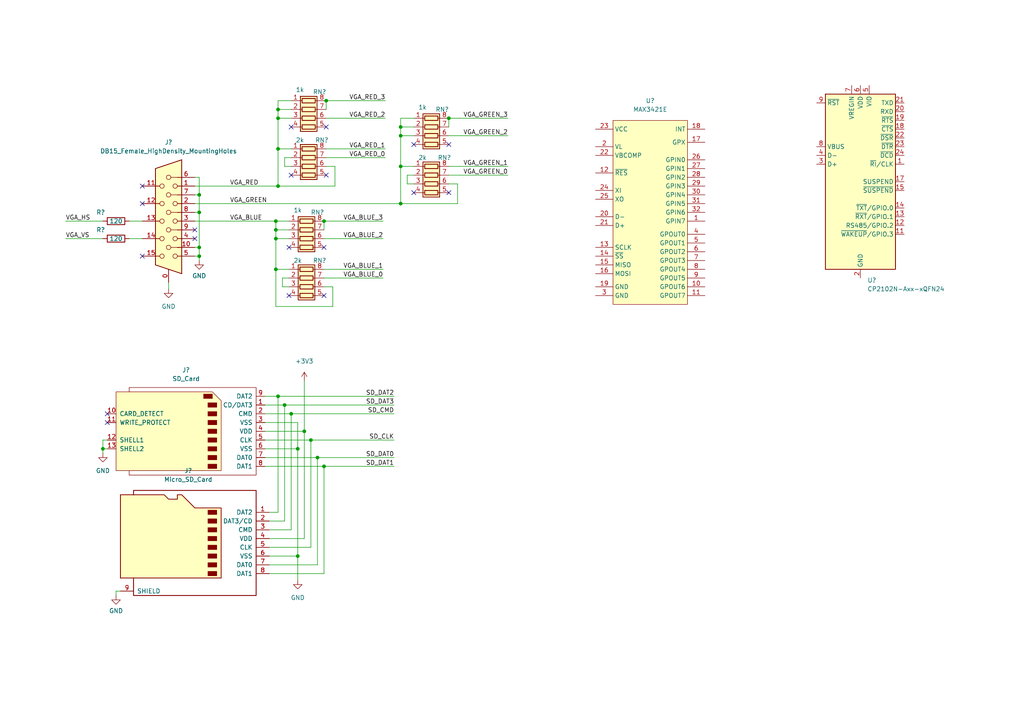
<source format=kicad_sch>
(kicad_sch (version 20211123) (generator eeschema)
  (paper "A4")
  (lib_symbols
    (symbol "Connector:DB15_Female_HighDensity_MountingHoles" (pin_names (offset 1.016) hide)
      (property "Reference" "J" (at 0 21.59 0))
      (property "Value" "DB15_Female_HighDensity_MountingHoles" (at 0 19.05 0))
      (symbol "DB15_Female_HighDensity_MountingHoles_0_1"
        (circle (center -1.905 -10.16) (radius 0.635))
        (circle (center -1.905 -5.08) (radius 0.635))
        (circle (center -1.905 0) (radius 0.635))
        (circle (center -1.905 5.08) (radius 0.635))
        (circle (center -1.905 10.16) (radius 0.635))
        (circle (center 0 -7.62) (radius 0.635))
        (circle (center 0 -2.54) (radius 0.635))
        (polyline (pts (xy -3.175 7.62) (xy -0.635 7.62)))
        (polyline (pts (xy -0.635 -7.62) (xy -3.175 -7.62)))
        (polyline (pts (xy -0.635 -2.54) (xy -3.175 -2.54)))
        (polyline (pts (xy -0.635 2.54) (xy -3.175 2.54)))
        (polyline (pts (xy -0.635 12.7) (xy -3.175 12.7)))
        (polyline (pts (xy -3.81 17.78) (xy -3.81 -15.24) (xy 3.81 -12.7) (xy 3.81 15.24) (xy -3.81 17.78)) (stroke (width 0.254)) (fill (type background)))
        (circle (center 0 2.54) (radius 0.635))
        (circle (center 0 7.62) (radius 0.635))
        (circle (center 0 12.7) (radius 0.635))
        (circle (center 1.905 -10.16) (radius 0.635))
        (circle (center 1.905 -5.08) (radius 0.635))
        (circle (center 1.905 0) (radius 0.635))
        (circle (center 1.905 5.08) (radius 0.635))
        (circle (center 1.905 10.16) (radius 0.635))
      )
      (symbol "DB15_Female_HighDensity_MountingHoles_1_1"
        (pin passive line (at 0 -17.78 90) (length 3.81) (name "~") (number "0"))
        (pin passive line (at -7.62 10.16 0) (length 5.08) (name "~") (number "1"))
        (pin passive line (at -7.62 -7.62 0) (length 5.08) (name "~") (number "10"))
        (pin passive line (at 7.62 10.16 180) (length 5.08) (name "~") (number "11"))
        (pin passive line (at 7.62 5.08 180) (length 5.08) (name "~") (number "12"))
        (pin passive line (at 7.62 0 180) (length 5.08) (name "~") (number "13"))
        (pin passive line (at 7.62 -5.08 180) (length 5.08) (name "~") (number "14"))
        (pin passive line (at 7.62 -10.16 180) (length 5.08) (name "~") (number "15"))
        (pin passive line (at -7.62 5.08 0) (length 5.08) (name "~") (number "2"))
        (pin passive line (at -7.62 0 0) (length 5.08) (name "~") (number "3"))
        (pin passive line (at -7.62 -5.08 0) (length 5.08) (name "~") (number "4"))
        (pin passive line (at -7.62 -10.16 0) (length 5.08) (name "~") (number "5"))
        (pin passive line (at -7.62 12.7 0) (length 5.08) (name "~") (number "6"))
        (pin passive line (at -7.62 7.62 0) (length 5.08) (name "~") (number "7"))
        (pin passive line (at -7.62 2.54 0) (length 5.08) (name "~") (number "8"))
        (pin passive line (at -7.62 -2.54 0) (length 5.08) (name "~") (number "9"))
      )
    )
    (symbol "Connector:Micro_SD_Card" (pin_names (offset 1.016))
      (property "Reference" "J" (at -16.51 15.24 0))
      (property "Value" "Micro_SD_Card" (at 16.51 15.24 0))
      (symbol "Micro_SD_Card_0_1"
        (rectangle (start -7.62 -9.525) (end -5.08 -10.795) (fill (type outline)))
        (rectangle (start -7.62 -6.985) (end -5.08 -8.255) (fill (type outline)))
        (rectangle (start -7.62 -4.445) (end -5.08 -5.715) (fill (type outline)))
        (rectangle (start -7.62 -1.905) (end -5.08 -3.175) (fill (type outline)))
        (rectangle (start -7.62 0.635) (end -5.08 -0.635) (fill (type outline)))
        (rectangle (start -7.62 3.175) (end -5.08 1.905) (fill (type outline)))
        (rectangle (start -7.62 5.715) (end -5.08 4.445) (fill (type outline)))
        (rectangle (start -7.62 8.255) (end -5.08 6.985) (fill (type outline)))
        (polyline (pts (xy 16.51 12.7) (xy 16.51 13.97) (xy -19.05 13.97) (xy -19.05 -16.51) (xy 16.51 -16.51) (xy 16.51 -11.43)) (stroke (width 0.254)))
        (polyline (pts (xy -8.89 -11.43) (xy -8.89 8.89) (xy -1.27 8.89) (xy 2.54 12.7) (xy 3.81 12.7) (xy 3.81 11.43) (xy 6.35 11.43) (xy 7.62 12.7) (xy 20.32 12.7) (xy 20.32 -11.43) (xy -8.89 -11.43)) (stroke (width 0.254)) (fill (type background)))
      )
      (symbol "Micro_SD_Card_1_1"
        (pin bidirectional line (at -22.86 7.62 0) (length 3.81) (name "DAT2") (number "1"))
        (pin bidirectional line (at -22.86 5.08 0) (length 3.81) (name "DAT3/CD") (number "2"))
        (pin input line (at -22.86 2.54 0) (length 3.81) (name "CMD") (number "3"))
        (pin power_in line (at -22.86 0 0) (length 3.81) (name "VDD") (number "4"))
        (pin input line (at -22.86 -2.54 0) (length 3.81) (name "CLK") (number "5"))
        (pin power_in line (at -22.86 -5.08 0) (length 3.81) (name "VSS") (number "6"))
        (pin bidirectional line (at -22.86 -7.62 0) (length 3.81) (name "DAT0") (number "7"))
        (pin bidirectional line (at -22.86 -10.16 0) (length 3.81) (name "DAT1") (number "8"))
        (pin passive line (at 20.32 -15.24 180) (length 3.81) (name "SHIELD") (number "9"))
      )
    )
    (symbol "Connector:SD_Card" (pin_names (offset 1.016))
      (property "Reference" "J" (at -16.51 13.97 0))
      (property "Value" "SD_Card" (at 15.24 -13.97 0))
      (symbol "SD_Card_0_1"
        (rectangle (start -8.89 -9.525) (end -6.35 -10.795) (fill (type outline)))
        (rectangle (start -8.89 -6.985) (end -6.35 -8.255) (fill (type outline)))
        (rectangle (start -8.89 -4.445) (end -6.35 -5.715) (fill (type outline)))
        (rectangle (start -8.89 -1.905) (end -6.35 -3.175) (fill (type outline)))
        (rectangle (start -8.89 0.635) (end -6.35 -0.635) (fill (type outline)))
        (rectangle (start -8.89 3.175) (end -6.35 1.905) (fill (type outline)))
        (rectangle (start -8.89 5.715) (end -6.35 4.445) (fill (type outline)))
        (rectangle (start -8.89 8.255) (end -6.35 6.985) (fill (type outline)))
        (rectangle (start -7.62 10.795) (end -5.08 9.525) (fill (type outline)))
        (polyline (pts (xy -10.16 8.89) (xy -7.62 11.43) (xy 20.32 11.43) (xy 20.32 -11.43) (xy -10.16 -11.43) (xy -10.16 8.89)) (fill (type background)))
        (polyline (pts (xy 16.51 11.43) (xy 16.51 12.7) (xy -20.32 12.7) (xy -20.32 -12.7) (xy 16.51 -12.7) (xy 16.51 -11.43)))
      )
      (symbol "SD_Card_1_1"
        (pin input line (at -22.86 7.62 0) (length 2.54) (name "CD/DAT3") (number "1"))
        (pin input line (at 22.86 5.08 180) (length 2.54) (name "CARD_DETECT") (number "10"))
        (pin input line (at 22.86 2.54 180) (length 2.54) (name "WRITE_PROTECT") (number "11"))
        (pin input line (at 22.86 -2.54 180) (length 2.54) (name "SHELL1") (number "12"))
        (pin input line (at 22.86 -5.08 180) (length 2.54) (name "SHELL2") (number "13"))
        (pin input line (at -22.86 5.08 0) (length 2.54) (name "CMD") (number "2"))
        (pin power_in line (at -22.86 2.54 0) (length 2.54) (name "VSS") (number "3"))
        (pin power_in line (at -22.86 0 0) (length 2.54) (name "VDD") (number "4"))
        (pin input line (at -22.86 -2.54 0) (length 2.54) (name "CLK") (number "5"))
        (pin power_in line (at -22.86 -5.08 0) (length 2.54) (name "VSS") (number "6"))
        (pin input line (at -22.86 -7.62 0) (length 2.54) (name "DAT0") (number "7"))
        (pin input line (at -22.86 -10.16 0) (length 2.54) (name "DAT1") (number "8"))
        (pin input line (at -22.86 10.16 0) (length 2.54) (name "DAT2") (number "9"))
      )
    )
    (symbol "Device:R" (pin_numbers hide) (pin_names (offset 0))
      (property "Reference" "R" (at 2.032 0 90))
      (property "Value" "R" (at 0 0 90))
      (symbol "R_0_1"
        (rectangle (start -1.016 -2.54) (end 1.016 2.54) (stroke (width 0.254)))
      )
      (symbol "R_1_1"
        (pin passive line (at 0 3.81 270) (length 1.27) (name "~") (number "1"))
        (pin passive line (at 0 -3.81 90) (length 1.27) (name "~") (number "2"))
      )
    )
    (symbol "Device:R_Pack04" (pin_names (offset 0) hide)
      (property "Reference" "RN" (at -7.62 0 90))
      (property "Value" "R_Pack04" (at 5.08 0 90))
      (symbol "R_Pack04_0_1"
        (rectangle (start -6.35 -2.413) (end 3.81 2.413) (stroke (width 0.254)) (fill (type background)))
        (rectangle (start -5.715 1.905) (end -4.445 -1.905) (stroke (width 0.254)))
        (rectangle (start -3.175 1.905) (end -1.905 -1.905) (stroke (width 0.254)))
        (rectangle (start -0.635 1.905) (end 0.635 -1.905) (stroke (width 0.254)))
        (polyline (pts (xy -5.08 -2.54) (xy -5.08 -1.905)))
        (polyline (pts (xy -5.08 1.905) (xy -5.08 2.54)))
        (polyline (pts (xy -2.54 -2.54) (xy -2.54 -1.905)))
        (polyline (pts (xy -2.54 1.905) (xy -2.54 2.54)))
        (polyline (pts (xy 0 -2.54) (xy 0 -1.905)))
        (polyline (pts (xy 0 1.905) (xy 0 2.54)))
        (polyline (pts (xy 2.54 -2.54) (xy 2.54 -1.905)))
        (polyline (pts (xy 2.54 1.905) (xy 2.54 2.54)))
        (rectangle (start 1.905 1.905) (end 3.175 -1.905) (stroke (width 0.254)))
      )
      (symbol "R_Pack04_1_1"
        (pin passive line (at -5.08 -5.08 90) (length 2.54) (name "R1.1") (number "1"))
        (pin passive line (at -2.54 -5.08 90) (length 2.54) (name "R2.1") (number "2"))
        (pin passive line (at 0 -5.08 90) (length 2.54) (name "R3.1") (number "3"))
        (pin passive line (at 2.54 -5.08 90) (length 2.54) (name "R4.1") (number "4"))
        (pin passive line (at 2.54 5.08 270) (length 2.54) (name "R4.2") (number "5"))
        (pin passive line (at 0 5.08 270) (length 2.54) (name "R3.2") (number "6"))
        (pin passive line (at -2.54 5.08 270) (length 2.54) (name "R2.2") (number "7"))
        (pin passive line (at -5.08 5.08 270) (length 2.54) (name "R1.2") (number "8"))
      )
    )
    (symbol "IC:MAX3421E"
      (property "Reference" "U" (at -8.89 26.67 0))
      (property "Value" "MAX3421E" (at 6.35 26.67 0))
      (symbol "MAX3421E_0_1"
        (rectangle (start -10.16 25.4) (end 11.43 -27.94) (fill (type background)))
      )
      (symbol "MAX3421E_1_1"
        (pin input line (at 16.51 -3.81 180) (length 5.08) (name "GPIN7") (number "1"))
        (pin output line (at 16.51 -22.86 180) (length 5.08) (name "GPOUT6") (number "10"))
        (pin output line (at 16.51 -25.4 180) (length 5.08) (name "GPOUT7") (number "11"))
        (pin input line (at -15.24 10.16 0) (length 5.08) (name "~{RES}") (number "12"))
        (pin input line (at -15.24 -11.43 0) (length 5.08) (name "SCLK") (number "13"))
        (pin input line (at -15.24 -13.97 0) (length 5.08) (name "~{SS}") (number "14"))
        (pin output line (at -15.24 -16.51 0) (length 5.08) (name "MISO") (number "15"))
        (pin input line (at -15.24 -19.05 0) (length 5.08) (name "MOSI") (number "16"))
        (pin output line (at 16.51 19.05 180) (length 5.08) (name "GPX") (number "17"))
        (pin output line (at 16.51 22.86 180) (length 5.08) (name "INT") (number "18"))
        (pin input line (at -15.24 -22.86 0) (length 5.08) (name "GND") (number "19"))
        (pin input line (at -15.24 17.78 0) (length 5.08) (name "VL") (number "2"))
        (pin bidirectional line (at -15.24 -2.54 0) (length 5.08) (name "D-") (number "20"))
        (pin bidirectional line (at -15.24 -5.08 0) (length 5.08) (name "D+") (number "21"))
        (pin input line (at -15.24 15.24 0) (length 5.08) (name "VBCOMP") (number "22"))
        (pin power_in line (at -15.24 22.86 0) (length 5.08) (name "VCC") (number "23"))
        (pin input line (at -15.24 5.08 0) (length 5.08) (name "XI") (number "24"))
        (pin output line (at -15.24 2.54 0) (length 5.08) (name "XO") (number "25"))
        (pin input line (at 16.51 13.97 180) (length 5.08) (name "GPIN0") (number "26"))
        (pin input line (at 16.51 11.43 180) (length 5.08) (name "GPIN1") (number "27"))
        (pin input line (at 16.51 8.89 180) (length 5.08) (name "GPIN2") (number "28"))
        (pin input line (at 16.51 6.35 180) (length 5.08) (name "GPIN3") (number "29"))
        (pin input line (at -15.24 -25.4 0) (length 5.08) (name "GND") (number "3"))
        (pin input line (at 16.51 3.81 180) (length 5.08) (name "GPIN4") (number "30"))
        (pin input line (at 16.51 1.27 180) (length 5.08) (name "GPIN5") (number "31"))
        (pin input line (at 16.51 -1.27 180) (length 5.08) (name "GPIN6") (number "32"))
        (pin output line (at 16.51 -7.62 180) (length 5.08) (name "GPOUT0") (number "4"))
        (pin output line (at 16.51 -10.16 180) (length 5.08) (name "GPOUT1") (number "5"))
        (pin output line (at 16.51 -12.7 180) (length 5.08) (name "GPOUT2") (number "6"))
        (pin output line (at 16.51 -15.24 180) (length 5.08) (name "GPOUT3") (number "7"))
        (pin output line (at 16.51 -17.78 180) (length 5.08) (name "GPOUT4") (number "8"))
        (pin output line (at 16.51 -20.32 180) (length 5.08) (name "GPOUT5") (number "9"))
      )
    )
    (symbol "Interface_USB:CP2102N-Axx-xQFN24"
      (property "Reference" "U" (at -8.89 26.67 0))
      (property "Value" "CP2102N-Axx-xQFN24" (at 13.97 26.67 0))
      (symbol "CP2102N-Axx-xQFN24_0_1"
        (rectangle (start -10.16 25.4) (end 10.16 -25.4) (stroke (width 0.254)) (fill (type background)))
      )
      (symbol "CP2102N-Axx-xQFN24_1_1"
        (pin bidirectional line (at 12.7 5.08 180) (length 2.54) (name "~{RI}/CLK") (number "1"))
        (pin no_connect line (at -10.16 -22.86 0) (length 2.54) hide (name "NC") (number "10"))
        (pin bidirectional line (at 12.7 -15.24 180) (length 2.54) (name "~{WAKEUP}/GPIO.3") (number "11"))
        (pin bidirectional line (at 12.7 -12.7 180) (length 2.54) (name "RS485/GPIO.2") (number "12"))
        (pin bidirectional line (at 12.7 -10.16 180) (length 2.54) (name "~{RXT}/GPIO.1") (number "13"))
        (pin bidirectional line (at 12.7 -7.62 180) (length 2.54) (name "~{TXT}/GPIO.0") (number "14"))
        (pin output line (at 12.7 -2.54 180) (length 2.54) (name "~{SUSPEND}") (number "15"))
        (pin no_connect line (at 10.16 -22.86 180) (length 2.54) hide (name "NC") (number "16"))
        (pin output line (at 12.7 0 180) (length 2.54) (name "SUSPEND") (number "17"))
        (pin input line (at 12.7 15.24 180) (length 2.54) (name "~{CTS}") (number "18"))
        (pin output line (at 12.7 17.78 180) (length 2.54) (name "~{RTS}") (number "19"))
        (pin power_in line (at 0 -27.94 90) (length 2.54) (name "GND") (number "2"))
        (pin input line (at 12.7 20.32 180) (length 2.54) (name "RXD") (number "20"))
        (pin output line (at 12.7 22.86 180) (length 2.54) (name "TXD") (number "21"))
        (pin input line (at 12.7 12.7 180) (length 2.54) (name "~{DSR}") (number "22"))
        (pin output line (at 12.7 10.16 180) (length 2.54) (name "~{DTR}") (number "23"))
        (pin input line (at 12.7 7.62 180) (length 2.54) (name "~{DCD}") (number "24"))
        (pin passive line (at 0 -27.94 90) (length 2.54) hide (name "GND") (number "25"))
        (pin bidirectional line (at -12.7 5.08 0) (length 2.54) (name "D+") (number "3"))
        (pin bidirectional line (at -12.7 7.62 0) (length 2.54) (name "D-") (number "4"))
        (pin power_in line (at 2.54 27.94 270) (length 2.54) (name "VIO") (number "5"))
        (pin power_in line (at 0 27.94 270) (length 2.54) (name "VDD") (number "6"))
        (pin power_in line (at -2.54 27.94 270) (length 2.54) (name "VREGIN") (number "7"))
        (pin input line (at -12.7 10.16 0) (length 2.54) (name "VBUS") (number "8"))
        (pin input line (at -12.7 22.86 0) (length 2.54) (name "~{RST}") (number "9"))
      )
    )
    (symbol "power:+3V3" (power) (pin_names (offset 0))
      (property "Value" "+3V3" (at 0 3.556 0))
      (symbol "+3V3_0_1"
        (polyline (pts (xy -0.762 1.27) (xy 0 2.54)))
        (polyline (pts (xy 0 0) (xy 0 2.54)))
        (polyline (pts (xy 0 2.54) (xy 0.762 1.27)))
      )
      (symbol "+3V3_1_1"
        (pin power_in line (at 0 0 90) (length 0) hide (name "+3V3") (number "1"))
      )
    )
    (symbol "power:GND" (power) (pin_names (offset 0))
      (property "Value" "GND" (at 0 -3.81 0))
      (symbol "GND_0_1"
        (polyline (pts (xy 0 0) (xy 0 -1.27) (xy 1.27 -1.27) (xy 0 -2.54) (xy -1.27 -1.27) (xy 0 -1.27)))
      )
      (symbol "GND_1_1"
        (pin power_in line (at 0 0 270) (length 0) hide (name "GND") (number "1"))
      )
    )
  )
  (junction (at 57.785 71.755))
  (junction (at 93.98 64.135))
  (junction (at 80.645 114.935))
  (junction (at 29.845 130.175))
  (junction (at 86.36 130.175))
  (junction (at 57.785 74.295))
  (junction (at 80.645 34.29))
  (junction (at 116.205 36.83))
  (junction (at 116.205 48.26))
  (junction (at 57.785 61.595))
  (junction (at 92.075 132.715))
  (junction (at 80.645 31.75))
  (junction (at 80.645 43.18))
  (junction (at 80.01 78.105))
  (junction (at 116.205 39.37))
  (junction (at 94.615 29.21))
  (junction (at 86.36 161.29))
  (junction (at 80.01 66.675))
  (junction (at 80.01 64.135))
  (junction (at 93.98 135.255))
  (junction (at 84.455 120.015))
  (junction (at 90.17 127.635))
  (junction (at 82.55 117.475))
  (junction (at 57.785 56.515))
  (junction (at 116.205 59.055))
  (junction (at 88.265 125.095))
  (junction (at 80.645 53.975))
  (junction (at 80.01 69.215))
  (junction (at 130.175 34.29))
  (no_connect (at 83.82 85.725))
  (no_connect (at 93.98 85.725))
  (no_connect (at 41.275 59.055))
  (no_connect (at 31.115 120.015))
  (no_connect (at 130.175 55.88))
  (no_connect (at 94.615 36.83))
  (no_connect (at 31.115 122.555))
  (no_connect (at 84.455 50.8))
  (no_connect (at 56.515 66.675))
  (no_connect (at 120.015 55.88))
  (no_connect (at 120.015 41.91))
  (no_connect (at 41.275 74.295))
  (no_connect (at 93.98 71.755))
  (no_connect (at 94.615 50.8))
  (no_connect (at 130.175 41.91))
  (no_connect (at 41.275 53.975))
  (no_connect (at 56.515 69.215))
  (no_connect (at 84.455 36.83))
  (no_connect (at 83.82 71.755))
  (wire (pts (xy 116.205 36.83) (xy 116.205 34.29)))
  (wire (pts (xy 116.205 48.26) (xy 120.015 48.26)))
  (wire (pts (xy 90.17 158.75) (xy 78.105 158.75)))
  (wire (pts (xy 92.075 163.83) (xy 78.105 163.83)))
  (wire (pts (xy 92.075 132.715) (xy 92.075 163.83)))
  (wire (pts (xy 118.11 50.8) (xy 118.11 53.34)))
  (wire (pts (xy 97.155 48.26) (xy 97.155 53.975)))
  (wire (pts (xy 82.55 117.475) (xy 114.3 117.475)))
  (wire (pts (xy 78.105 148.59) (xy 80.645 148.59)))
  (wire (pts (xy 29.845 131.445) (xy 29.845 130.175)))
  (wire (pts (xy 92.075 132.715) (xy 114.3 132.715)))
  (wire (pts (xy 33.655 171.45) (xy 34.925 171.45)))
  (wire (pts (xy 57.785 75.565) (xy 57.785 74.295)))
  (wire (pts (xy 57.785 74.295) (xy 56.515 74.295)))
  (wire (pts (xy 93.98 64.135) (xy 93.98 66.675)))
  (wire (pts (xy 88.265 110.49) (xy 88.265 125.095)))
  (wire (pts (xy 88.265 156.21) (xy 78.105 156.21)))
  (wire (pts (xy 80.01 66.675) (xy 83.82 66.675)))
  (wire (pts (xy 56.515 53.975) (xy 80.645 53.975)))
  (wire (pts (xy 83.82 80.645) (xy 81.915 80.645)))
  (wire (pts (xy 56.515 51.435) (xy 57.785 51.435)))
  (wire (pts (xy 80.645 31.75) (xy 84.455 31.75)))
  (wire (pts (xy 57.785 51.435) (xy 57.785 56.515)))
  (wire (pts (xy 80.645 34.29) (xy 84.455 34.29)))
  (wire (pts (xy 19.05 64.135) (xy 29.845 64.135)))
  (wire (pts (xy 80.645 29.21) (xy 84.455 29.21)))
  (wire (pts (xy 93.98 64.135) (xy 111.125 64.135)))
  (wire (pts (xy 37.465 64.135) (xy 41.275 64.135)))
  (wire (pts (xy 94.615 43.18) (xy 111.76 43.18)))
  (wire (pts (xy 80.01 78.105) (xy 83.82 78.105)))
  (wire (pts (xy 76.835 125.095) (xy 88.265 125.095)))
  (wire (pts (xy 88.265 125.095) (xy 88.265 156.21)))
  (wire (pts (xy 94.615 48.26) (xy 97.155 48.26)))
  (wire (pts (xy 80.645 43.18) (xy 84.455 43.18)))
  (wire (pts (xy 94.615 29.21) (xy 94.615 31.75)))
  (wire (pts (xy 80.645 43.18) (xy 80.645 34.29)))
  (wire (pts (xy 33.655 172.72) (xy 33.655 171.45)))
  (wire (pts (xy 80.01 66.675) (xy 80.01 69.215)))
  (wire (pts (xy 93.98 83.185) (xy 96.52 83.185)))
  (wire (pts (xy 80.645 114.935) (xy 114.3 114.935)))
  (wire (pts (xy 130.175 34.29) (xy 130.175 36.83)))
  (wire (pts (xy 76.835 127.635) (xy 90.17 127.635)))
  (wire (pts (xy 56.515 56.515) (xy 57.785 56.515)))
  (wire (pts (xy 93.98 135.255) (xy 114.3 135.255)))
  (wire (pts (xy 86.36 122.555) (xy 86.36 130.175)))
  (wire (pts (xy 80.645 148.59) (xy 80.645 114.935)))
  (wire (pts (xy 93.98 80.645) (xy 111.125 80.645)))
  (wire (pts (xy 80.645 114.935) (xy 76.835 114.935)))
  (wire (pts (xy 48.895 81.915) (xy 48.895 83.82)))
  (wire (pts (xy 80.01 88.9) (xy 80.01 78.105)))
  (wire (pts (xy 37.465 69.215) (xy 41.275 69.215)))
  (wire (pts (xy 56.515 61.595) (xy 57.785 61.595)))
  (wire (pts (xy 80.01 69.215) (xy 83.82 69.215)))
  (wire (pts (xy 130.175 34.29) (xy 147.32 34.29)))
  (wire (pts (xy 94.615 29.21) (xy 111.76 29.21)))
  (wire (pts (xy 93.98 166.37) (xy 78.105 166.37)))
  (wire (pts (xy 116.205 36.83) (xy 120.015 36.83)))
  (wire (pts (xy 94.615 45.72) (xy 111.76 45.72)))
  (wire (pts (xy 116.205 59.055) (xy 116.205 48.26)))
  (wire (pts (xy 82.55 151.13) (xy 82.55 117.475)))
  (wire (pts (xy 93.98 69.215) (xy 111.125 69.215)))
  (wire (pts (xy 76.835 135.255) (xy 93.98 135.255)))
  (wire (pts (xy 80.645 31.75) (xy 80.645 29.21)))
  (wire (pts (xy 80.01 64.135) (xy 83.82 64.135)))
  (wire (pts (xy 90.17 127.635) (xy 90.17 158.75)))
  (wire (pts (xy 76.835 117.475) (xy 82.55 117.475)))
  (wire (pts (xy 84.455 120.015) (xy 84.455 153.67)))
  (wire (pts (xy 118.11 53.34) (xy 120.015 53.34)))
  (wire (pts (xy 84.455 153.67) (xy 78.105 153.67)))
  (wire (pts (xy 130.175 39.37) (xy 147.32 39.37)))
  (wire (pts (xy 84.455 120.015) (xy 114.3 120.015)))
  (wire (pts (xy 130.175 48.26) (xy 147.32 48.26)))
  (wire (pts (xy 116.205 39.37) (xy 120.015 39.37)))
  (wire (pts (xy 96.52 83.185) (xy 96.52 88.9)))
  (wire (pts (xy 78.105 151.13) (xy 82.55 151.13)))
  (wire (pts (xy 80.01 64.135) (xy 80.01 66.675)))
  (wire (pts (xy 86.36 161.29) (xy 78.105 161.29)))
  (wire (pts (xy 130.175 53.34) (xy 132.715 53.34)))
  (wire (pts (xy 84.455 45.72) (xy 82.55 45.72)))
  (wire (pts (xy 116.205 34.29) (xy 120.015 34.29)))
  (wire (pts (xy 132.715 53.34) (xy 132.715 59.055)))
  (wire (pts (xy 97.155 53.975) (xy 80.645 53.975)))
  (wire (pts (xy 82.55 45.72) (xy 82.55 48.26)))
  (wire (pts (xy 80.01 69.215) (xy 80.01 78.105)))
  (wire (pts (xy 93.98 135.255) (xy 93.98 166.37)))
  (wire (pts (xy 120.015 50.8) (xy 118.11 50.8)))
  (wire (pts (xy 19.05 69.215) (xy 29.845 69.215)))
  (wire (pts (xy 94.615 34.29) (xy 111.76 34.29)))
  (wire (pts (xy 29.845 127.635) (xy 31.115 127.635)))
  (wire (pts (xy 81.915 80.645) (xy 81.915 83.185)))
  (wire (pts (xy 82.55 48.26) (xy 84.455 48.26)))
  (wire (pts (xy 90.17 127.635) (xy 114.3 127.635)))
  (wire (pts (xy 130.175 50.8) (xy 147.32 50.8)))
  (wire (pts (xy 57.785 71.755) (xy 57.785 74.295)))
  (wire (pts (xy 80.645 53.975) (xy 80.645 43.18)))
  (wire (pts (xy 86.36 130.175) (xy 86.36 161.29)))
  (wire (pts (xy 80.645 34.29) (xy 80.645 31.75)))
  (wire (pts (xy 76.835 122.555) (xy 86.36 122.555)))
  (wire (pts (xy 86.36 161.29) (xy 86.36 168.275)))
  (wire (pts (xy 76.835 130.175) (xy 86.36 130.175)))
  (wire (pts (xy 57.785 56.515) (xy 57.785 61.595)))
  (wire (pts (xy 96.52 88.9) (xy 80.01 88.9)))
  (wire (pts (xy 132.715 59.055) (xy 116.205 59.055)))
  (wire (pts (xy 56.515 71.755) (xy 57.785 71.755)))
  (wire (pts (xy 76.835 132.715) (xy 92.075 132.715)))
  (wire (pts (xy 29.845 130.175) (xy 29.845 127.635)))
  (wire (pts (xy 56.515 59.055) (xy 116.205 59.055)))
  (wire (pts (xy 76.835 120.015) (xy 84.455 120.015)))
  (wire (pts (xy 57.785 61.595) (xy 57.785 71.755)))
  (wire (pts (xy 29.845 130.175) (xy 31.115 130.175)))
  (wire (pts (xy 81.915 83.185) (xy 83.82 83.185)))
  (wire (pts (xy 56.515 64.135) (xy 80.01 64.135)))
  (wire (pts (xy 93.98 78.105) (xy 111.125 78.105)))
  (wire (pts (xy 116.205 48.26) (xy 116.205 39.37)))
  (wire (pts (xy 116.205 39.37) (xy 116.205 36.83)))
  (label "VGA_RED_0" (at 111.76 45.72 180))
  (label "VGA_BLUE_0" (at 111.125 80.645 180))
  (label "VGA_BLUE" (at 66.675 64.135 0))
  (label "VGA_VS" (at 19.05 69.215 0))
  (label "VGA_GREEN_0" (at 147.32 50.8 180))
  (label "VGA_RED" (at 66.675 53.975 0))
  (label "VGA_RED_3" (at 111.76 29.21 180))
  (label "SD_CMD" (at 114.3 120.015 180))
  (label "SD_CLK" (at 114.3 127.635 180))
  (label "SD_DAT2" (at 114.3 114.935 180))
  (label "SD_DAT3" (at 114.3 117.475 180))
  (label "VGA_GREEN" (at 66.675 59.055 0))
  (label "VGA_GREEN_2" (at 147.32 39.37 180))
  (label "VGA_BLUE_1" (at 111.125 78.105 180))
  (label "VGA_RED_1" (at 111.76 43.18 180))
  (label "SD_DAT0" (at 114.3 132.715 180))
  (label "VGA_GREEN_3" (at 147.32 34.29 180))
  (label "VGA_HS" (at 19.05 64.135 0))
  (label "SD_DAT1" (at 114.3 135.255 180))
  (label "VGA_BLUE_3" (at 111.125 64.135 180))
  (label "VGA_BLUE_2" (at 111.125 69.215 180))
  (label "VGA_GREEN_1" (at 147.32 48.26 180))
  (label "VGA_RED_2" (at 111.76 34.29 180))
  (symbol (lib_id "IC:MAX3421E") (at 187.96 60.325 0) (unit 1)
    (property "Reference" "U?" (at 188.595 29.21 0))
    (property "Value" "MAX3421E" (at 188.595 31.75 0))
  )
  (symbol (lib_id "power:GND") (at 33.655 172.72 0) (unit 1)
    (property "Reference" "#PWR?" (effects hide))
    (property "Value" "GND" (at 33.655 177.165 0))
  )
  (symbol (lib_id "Connector:Micro_SD_Card") (at 55.245 156.21 0) (mirror y) (unit 1)
    (property "Reference" "J?" (at 54.61 136.525 0))
    (property "Value" "Micro_SD_Card" (at 54.61 139.065 0))
    (property "Datasheet" "http://katalog.we-online.de/em/datasheet/693072010801.pdf" (effects hide))
  )
  (symbol (lib_id "Device:R_Pack04") (at 88.9 83.185 270) (unit 1)
    (property "Reference" "RN?" (at 92.71 75.565 90))
    (property "Value" "2k" (at 86.36 75.565 90))
  )
  (symbol (lib_id "power:GND") (at 86.36 168.275 0) (unit 1)
    (property "Reference" "#PWR?" (effects hide))
    (property "Value" "GND" (at 86.36 173.355 0))
  )
  (symbol (lib_id "Device:R") (at 33.655 64.135 90) (unit 1)
    (property "Reference" "R?" (at 29.21 61.595 90))
    (property "Value" "120" (at 33.655 64.135 90))
  )
  (symbol (lib_id "power:+3V3") (at 88.265 110.49 0) (unit 1)
    (property "Reference" "#PWR?" (effects hide))
    (property "Value" "+3V3" (at 88.265 104.775 0))
  )
  (symbol (lib_id "Device:R_Pack04") (at 89.535 48.26 270) (unit 1)
    (property "Reference" "RN?" (at 93.345 40.64 90))
    (property "Value" "2k" (at 86.995 40.64 90))
  )
  (symbol (lib_id "Connector:SD_Card") (at 53.975 125.095 0) (mirror y) (unit 1)
    (property "Reference" "J?" (at 53.975 107.315 0))
    (property "Value" "SD_Card" (at 53.975 109.855 0))
    (property "Datasheet" "http://portal.fciconnect.com/Comergent//fci/drawing/10067847.pdf" (effects hide))
  )
  (symbol (lib_id "power:GND") (at 48.895 83.82 0) (unit 1)
    (property "Reference" "#PWR?" (effects hide))
    (property "Value" "GND" (at 48.895 88.9 0))
  )
  (symbol (lib_id "Connector:DB15_Female_HighDensity_MountingHoles") (at 48.895 64.135 0) (mirror y) (unit 1)
    (property "Reference" "J?" (at 48.895 41.275 0))
    (property "Value" "DB15_Female_HighDensity_MountingHoles" (at 48.895 43.815 0))
    (property "Datasheet" " ~" (effects hide))
  )
  (symbol (lib_id "Device:R_Pack04") (at 89.535 34.29 270) (unit 1)
    (property "Reference" "RN?" (at 92.71 26.67 90))
    (property "Value" "1k" (at 86.995 26.035 90))
  )
  (symbol (lib_id "Device:R") (at 33.655 69.215 90) (unit 1)
    (property "Reference" "R?" (at 29.21 66.675 90))
    (property "Value" "120" (at 33.655 69.215 90))
  )
  (symbol (lib_id "Device:R_Pack04") (at 125.095 39.37 270) (unit 1)
    (property "Reference" "RN?" (at 128.27 31.75 90))
    (property "Value" "1k" (at 122.555 31.115 90))
  )
  (symbol (lib_id "Device:R_Pack04") (at 125.095 53.34 270) (unit 1)
    (property "Reference" "RN?" (at 128.905 45.72 90))
    (property "Value" "2k" (at 122.555 45.72 90))
  )
  (symbol (lib_id "Interface_USB:CP2102N-Axx-xQFN24") (at 249.555 52.705 0) (unit 1)
    (property "Reference" "U?" (at 251.5744 81.28 0) (effects (justify left)))
    (property "Value" "CP2102N-Axx-xQFN24" (at 251.5744 83.82 0) (effects (justify left)))
    (property "Footprint" "Package_DFN_QFN:QFN-24-1EP_4x4mm_P0.5mm_EP2.6x2.6mm" (effects hide))
    (property "Datasheet" "https://www.silabs.com/documents/public/data-sheets/cp2102n-datasheet.pdf" (effects hide))
  )
  (symbol (lib_id "power:GND") (at 57.785 75.565 0) (unit 1)
    (property "Reference" "#PWR?" (effects hide))
    (property "Value" "GND" (at 57.785 80.01 0))
  )
  (symbol (lib_id "Device:R_Pack04") (at 88.9 69.215 270) (unit 1)
    (property "Reference" "RN?" (at 92.075 61.595 90))
    (property "Value" "1k" (at 86.36 60.96 90))
  )
  (symbol (lib_id "power:GND") (at 29.845 131.445 0) (unit 1)
    (property "Reference" "#PWR?" (effects hide))
    (property "Value" "GND" (at 29.845 136.525 0))
  )
)
</source>
